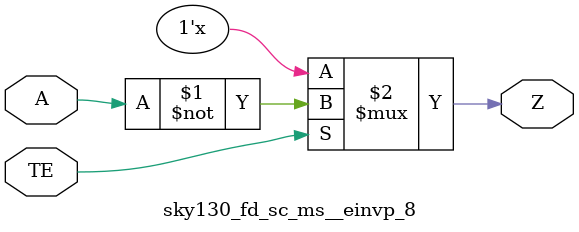
<source format=v>
/*
 * Copyright 2020 The SkyWater PDK Authors
 *
 * Licensed under the Apache License, Version 2.0 (the "License");
 * you may not use this file except in compliance with the License.
 * You may obtain a copy of the License at
 *
 *     https://www.apache.org/licenses/LICENSE-2.0
 *
 * Unless required by applicable law or agreed to in writing, software
 * distributed under the License is distributed on an "AS IS" BASIS,
 * WITHOUT WARRANTIES OR CONDITIONS OF ANY KIND, either express or implied.
 * See the License for the specific language governing permissions and
 * limitations under the License.
 *
 * SPDX-License-Identifier: Apache-2.0
*/


`ifndef SKY130_FD_SC_MS__EINVP_8_FUNCTIONAL_V
`define SKY130_FD_SC_MS__EINVP_8_FUNCTIONAL_V

/**
 * einvp: Tri-state inverter, positive enable.
 *
 * Verilog simulation functional model.
 */

`timescale 1ns / 1ps
`default_nettype none

`celldefine
module sky130_fd_sc_ms__einvp_8 (
    Z ,
    A ,
    TE
);

    // Module ports
    output Z ;
    input  A ;
    input  TE;

    //     Name     Output  Other arguments
    notif1 notif10 (Z     , A, TE          );

endmodule
`endcelldefine

`default_nettype wire
`endif  // SKY130_FD_SC_MS__EINVP_8_FUNCTIONAL_V

</source>
